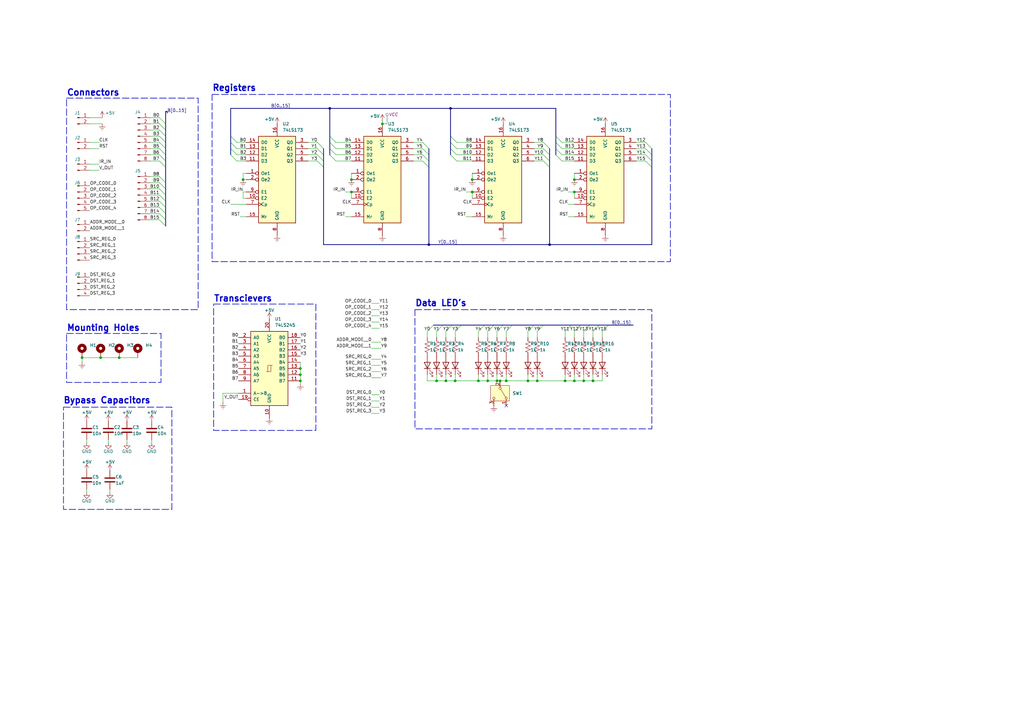
<source format=kicad_sch>
(kicad_sch (version 20231120) (generator "eeschema") (generator_version "8.0")
  (paper "A3")
  (title_block (title "SH8 - Instruction Register") (date "2024-09-25") (rev "1.0") (company "SHMERLARD"))
  (junction (at 235.585 78.74))
  (junction (at 135.255 44.45))
  (junction (at 235.585 73.66))
  (junction (at 200.025 156.21))
  (junction (at 144.145 78.74))
  (junction (at 225.425 100.33))
  (junction (at 186.69 156.21))
  (junction (at 48.895 146.685))
  (junction (at 123.19 151.13))
  (junction (at 99.695 73.66))
  (junction (at 203.835 156.21))
  (junction (at 41.275 146.685))
  (junction (at 193.675 73.66))
  (junction (at 220.345 156.21))
  (junction (at 243.205 156.21))
  (junction (at 156.845 50.8))
  (junction (at 182.88 156.21))
  (junction (at 239.395 156.21))
  (junction (at 144.145 73.66))
  (junction (at 123.19 156.21))
  (junction (at 231.775 156.21))
  (junction (at 196.215 156.21))
  (junction (at 184.785 44.45))
  (junction (at 123.19 153.67))
  (junction (at 216.535 156.21))
  (junction (at 33.655 146.685))
  (junction (at 205.105 156.21))
  (junction (at 175.895 100.33))
  (junction (at 207.645 156.21))
  (junction (at 235.585 156.21))
  (junction (at 193.675 78.74))
  (junction (at 179.07 156.21))
  (no_connect (at 207.645 166.37))
  (bus_entry (at 264.795 58.42) (size 2.54 2.54))
  (bus_entry (at 247.015 135.89) (size 2.54 -2.54))
  (bus_entry (at 187.325 60.96) (size -2.54 -2.54))
  (bus_entry (at 179.07 135.89) (size 2.54 -2.54))
  (bus_entry (at 186.69 135.89) (size 2.54 -2.54))
  (bus_entry (at 137.795 58.42) (size -2.54 -2.54))
  (bus_entry (at 222.885 58.42) (size 2.54 2.54))
  (bus_entry (at 173.355 66.04) (size 2.54 2.54))
  (bus_entry (at 137.795 63.5) (size -2.54 -2.54))
  (bus_entry (at 137.795 60.96) (size -2.54 -2.54))
  (bus_entry (at 65.405 63.5) (size 2.54 2.54))
  (bus_entry (at 130.175 63.5) (size 2.54 2.54))
  (bus_entry (at 65.405 53.34) (size 2.54 2.54))
  (bus_entry (at 97.155 58.42) (size -2.54 -2.54))
  (bus_entry (at 65.405 80.01) (size 2.54 2.54))
  (bus_entry (at 222.885 63.5) (size 2.54 2.54))
  (bus_entry (at 130.175 66.04) (size 2.54 2.54))
  (bus_entry (at 65.405 82.55) (size 2.54 2.54))
  (bus_entry (at 243.205 135.89) (size 2.54 -2.54))
  (bus_entry (at 264.795 66.04) (size 2.54 2.54))
  (bus_entry (at 173.355 58.42) (size 2.54 2.54))
  (bus_entry (at 187.325 63.5) (size -2.54 -2.54))
  (bus_entry (at 65.405 58.42) (size 2.54 2.54))
  (bus_entry (at 203.835 135.89) (size 2.54 -2.54))
  (bus_entry (at 65.405 48.26) (size 2.54 2.54))
  (bus_entry (at 65.405 90.17) (size 2.54 2.54))
  (bus_entry (at 97.155 66.04) (size -2.54 -2.54))
  (bus_entry (at 65.405 77.47) (size 2.54 2.54))
  (bus_entry (at 222.885 66.04) (size 2.54 2.54))
  (bus_entry (at 220.345 135.89) (size 2.54 -2.54))
  (bus_entry (at 264.795 63.5) (size 2.54 2.54))
  (bus_entry (at 65.405 60.96) (size 2.54 2.54))
  (bus_entry (at 97.155 60.96) (size -2.54 -2.54))
  (bus_entry (at 230.505 58.42) (size -2.54 -2.54))
  (bus_entry (at 196.215 135.89) (size 2.54 -2.54))
  (bus_entry (at 231.775 135.89) (size 2.54 -2.54))
  (bus_entry (at 97.155 63.5) (size -2.54 -2.54))
  (bus_entry (at 65.405 87.63) (size 2.54 2.54))
  (bus_entry (at 239.395 135.89) (size 2.54 -2.54))
  (bus_entry (at 187.325 66.04) (size -2.54 -2.54))
  (bus_entry (at 216.535 135.89) (size 2.54 -2.54))
  (bus_entry (at 200.025 135.89) (size 2.54 -2.54))
  (bus_entry (at 65.405 55.88) (size 2.54 2.54))
  (bus_entry (at 230.505 60.96) (size -2.54 -2.54))
  (bus_entry (at 182.88 135.89) (size 2.54 -2.54))
  (bus_entry (at 230.505 63.5) (size -2.54 -2.54))
  (bus_entry (at 222.885 60.96) (size 2.54 2.54))
  (bus_entry (at 130.175 60.96) (size 2.54 2.54))
  (bus_entry (at 173.355 63.5) (size 2.54 2.54))
  (bus_entry (at 235.585 135.89) (size 2.54 -2.54))
  (bus_entry (at 65.405 85.09) (size 2.54 2.54))
  (bus_entry (at 173.355 60.96) (size 2.54 2.54))
  (bus_entry (at 187.325 58.42) (size -2.54 -2.54))
  (bus_entry (at 137.795 66.04) (size -2.54 -2.54))
  (bus_entry (at 65.405 74.93) (size 2.54 2.54))
  (bus_entry (at 230.505 66.04) (size -2.54 -2.54))
  (bus_entry (at 65.405 72.39) (size 2.54 2.54))
  (bus_entry (at 207.645 135.89) (size 2.54 -2.54))
  (bus_entry (at 65.405 50.8) (size 2.54 2.54))
  (bus_entry (at 65.405 66.04) (size 2.54 2.54))
  (bus_entry (at 264.795 60.96) (size 2.54 2.54))
  (bus_entry (at 175.26 135.89) (size 2.54 -2.54))
  (bus_entry (at 130.175 58.42) (size 2.54 2.54))
  (bus (pts (xy 185.42 133.35) (xy 189.23 133.35)))
  (wire (pts (xy 156.845 49.53) (xy 156.845 50.8)))
  (bus (pts (xy 135.255 55.88) (xy 135.255 58.42)))
  (bus (pts (xy 175.895 100.33) (xy 225.425 100.33)))
  (wire (pts (xy 187.325 58.42) (xy 193.675 58.42)))
  (wire (pts (xy 230.505 63.5) (xy 235.585 63.5)))
  (bus (pts (xy 225.425 100.33) (xy 267.335 100.33)))
  (wire (pts (xy 239.395 135.89) (xy 239.395 138.43)))
  (bus (pts (xy 94.615 58.42) (xy 94.615 55.88)))
  (bus (pts (xy 94.615 63.5) (xy 94.615 60.96)))
  (wire (pts (xy 126.365 58.42) (xy 130.175 58.42)))
  (bus (pts (xy 67.945 74.93) (xy 67.945 68.58)))
  (wire (pts (xy 61.595 55.88) (xy 65.405 55.88)))
  (bus (pts (xy 67.945 85.09) (xy 67.945 87.63)))
  (bus (pts (xy 132.715 66.04) (xy 132.715 68.58)))
  (bus (pts (xy 68.58 45.72) (xy 68.58 46.355)))
  (wire (pts (xy 169.545 63.5) (xy 173.355 63.5)))
  (wire (pts (xy 193.675 73.66) (xy 193.675 71.12)))
  (bus (pts (xy 184.785 60.96) (xy 184.785 63.5)))
  (wire (pts (xy 233.045 88.9) (xy 235.585 88.9)))
  (wire (pts (xy 207.645 135.89) (xy 207.645 138.43)))
  (bus (pts (xy 94.615 44.45) (xy 135.255 44.45)))
  (wire (pts (xy 235.585 135.89) (xy 235.585 138.43)))
  (wire (pts (xy 144.145 73.66) (xy 144.145 71.12)))
  (bus (pts (xy 68.58 45.72) (xy 67.945 45.72)))
  (wire (pts (xy 230.505 60.96) (xy 235.585 60.96)))
  (wire (pts (xy 260.985 58.42) (xy 264.795 58.42)))
  (bus (pts (xy 227.965 60.96) (xy 227.965 63.5)))
  (wire (pts (xy 200.025 135.89) (xy 200.025 138.43)))
  (wire (pts (xy 45.085 200.66) (xy 45.085 201.93)))
  (wire (pts (xy 141.605 88.9) (xy 144.145 88.9)))
  (wire (pts (xy 91.44 161.29) (xy 97.79 161.29)))
  (wire (pts (xy 231.775 135.89) (xy 231.775 138.43)))
  (wire (pts (xy 191.135 88.9) (xy 193.675 88.9)))
  (wire (pts (xy 243.205 156.21) (xy 243.205 153.67)))
  (bus (pts (xy 249.555 133.35) (xy 259.715 133.35)))
  (wire (pts (xy 203.835 135.89) (xy 203.835 138.43)))
  (wire (pts (xy 48.895 146.685) (xy 56.515 146.685)))
  (wire (pts (xy 123.19 151.13) (xy 123.19 153.67)))
  (wire (pts (xy 91.44 165.1) (xy 91.44 161.29)))
  (bus (pts (xy 225.425 60.96) (xy 225.425 63.5)))
  (bus (pts (xy 227.965 58.42) (xy 227.965 60.96)))
  (bus (pts (xy 222.885 133.35) (xy 234.315 133.35)))
  (wire (pts (xy 235.585 83.82) (xy 233.045 83.82)))
  (bus (pts (xy 189.23 133.35) (xy 198.755 133.35)))
  (wire (pts (xy 123.19 153.67) (xy 123.19 156.21)))
  (wire (pts (xy 155.575 129.54) (xy 152.4 129.54)))
  (wire (pts (xy 260.985 66.04) (xy 264.795 66.04)))
  (bus (pts (xy 67.945 68.58) (xy 67.945 66.04)))
  (wire (pts (xy 158.75 49.53) (xy 158.75 50.8)))
  (wire (pts (xy 216.535 156.21) (xy 216.535 153.67)))
  (wire (pts (xy 187.325 66.04) (xy 193.675 66.04)))
  (wire (pts (xy 155.575 164.465) (xy 152.4 164.465)))
  (wire (pts (xy 65.405 77.47) (xy 61.595 77.47)))
  (wire (pts (xy 36.83 58.42) (xy 40.64 58.42)))
  (wire (pts (xy 193.675 81.28) (xy 193.675 78.74)))
  (wire (pts (xy 99.695 71.12) (xy 99.695 73.66)))
  (wire (pts (xy 220.345 156.21) (xy 220.345 153.67)))
  (wire (pts (xy 65.405 82.55) (xy 61.595 82.55)))
  (wire (pts (xy 186.69 156.21) (xy 196.215 156.21)))
  (wire (pts (xy 152.4 147.32) (xy 156.21 147.32)))
  (wire (pts (xy 196.215 135.89) (xy 196.215 138.43)))
  (wire (pts (xy 62.23 180.34) (xy 62.23 181.61)))
  (wire (pts (xy 137.795 60.96) (xy 144.145 60.96)))
  (wire (pts (xy 196.215 156.21) (xy 200.025 156.21)))
  (bus (pts (xy 67.945 58.42) (xy 67.945 60.96)))
  (wire (pts (xy 155.575 124.46) (xy 152.4 124.46)))
  (wire (pts (xy 152.4 152.4) (xy 156.21 152.4)))
  (bus (pts (xy 132.715 60.96) (xy 132.715 63.5)))
  (wire (pts (xy 243.205 156.21) (xy 247.015 156.21)))
  (bus (pts (xy 67.945 60.96) (xy 67.945 63.5)))
  (bus (pts (xy 238.125 133.35) (xy 241.935 133.35)))
  (wire (pts (xy 61.595 60.96) (xy 65.405 60.96)))
  (wire (pts (xy 144.145 78.74) (xy 141.605 78.74)))
  (wire (pts (xy 152.4 149.86) (xy 156.21 149.86)))
  (wire (pts (xy 65.405 90.17) (xy 61.595 90.17)))
  (bus (pts (xy 227.965 55.88) (xy 227.965 58.42)))
  (wire (pts (xy 65.405 80.01) (xy 61.595 80.01)))
  (wire (pts (xy 40.64 69.85) (xy 36.83 69.85)))
  (wire (pts (xy 230.505 58.42) (xy 235.585 58.42)))
  (wire (pts (xy 41.275 146.685) (xy 48.895 146.685)))
  (bus (pts (xy 67.945 58.42) (xy 67.945 55.88)))
  (wire (pts (xy 97.155 66.04) (xy 100.965 66.04)))
  (wire (pts (xy 231.775 156.21) (xy 235.585 156.21)))
  (wire (pts (xy 187.325 63.5) (xy 193.675 63.5)))
  (bus (pts (xy 67.945 45.72) (xy 67.945 50.8)))
  (wire (pts (xy 65.405 72.39) (xy 61.595 72.39)))
  (wire (pts (xy 179.07 156.21) (xy 179.07 153.67)))
  (bus (pts (xy 227.965 44.45) (xy 227.965 55.88)))
  (bus (pts (xy 67.945 92.71) (xy 67.945 90.17)))
  (wire (pts (xy 33.655 146.685) (xy 33.655 148.59)))
  (bus (pts (xy 225.425 68.58) (xy 225.425 100.33)))
  (wire (pts (xy 40.64 67.31) (xy 36.83 67.31)))
  (wire (pts (xy 179.07 156.21) (xy 182.88 156.21)))
  (bus (pts (xy 175.895 66.04) (xy 175.895 68.58)))
  (wire (pts (xy 231.775 156.21) (xy 231.775 153.67)))
  (bus (pts (xy 175.895 68.58) (xy 175.895 100.33)))
  (wire (pts (xy 35.56 180.34) (xy 35.56 181.61)))
  (wire (pts (xy 123.19 156.21) (xy 123.19 157.48)))
  (bus (pts (xy 177.8 133.35) (xy 181.61 133.35)))
  (wire (pts (xy 187.325 60.96) (xy 193.675 60.96)))
  (bus (pts (xy 184.785 44.45) (xy 227.965 44.45)))
  (bus (pts (xy 267.335 63.5) (xy 267.335 66.04)))
  (bus (pts (xy 135.255 44.45) (xy 135.255 55.88)))
  (wire (pts (xy 152.4 140.335) (xy 156.21 140.335)))
  (bus (pts (xy 132.715 68.58) (xy 132.715 100.33)))
  (wire (pts (xy 179.07 135.89) (xy 179.07 138.43)))
  (wire (pts (xy 155.575 169.545) (xy 152.4 169.545)))
  (wire (pts (xy 40.64 60.96) (xy 36.83 60.96)))
  (wire (pts (xy 155.575 134.62) (xy 152.4 134.62)))
  (wire (pts (xy 169.545 58.42) (xy 173.355 58.42)))
  (bus (pts (xy 267.335 60.96) (xy 267.335 63.5)))
  (wire (pts (xy 100.965 71.12) (xy 99.695 71.12)))
  (wire (pts (xy 169.545 60.96) (xy 173.355 60.96)))
  (bus (pts (xy 67.945 82.55) (xy 67.945 85.09)))
  (wire (pts (xy 41.91 50.8) (xy 36.83 50.8)))
  (bus (pts (xy 267.335 66.04) (xy 267.335 68.58)))
  (wire (pts (xy 207.645 156.21) (xy 207.645 153.67)))
  (bus (pts (xy 132.715 100.33) (xy 175.895 100.33)))
  (bus (pts (xy 135.255 58.42) (xy 135.255 60.96)))
  (wire (pts (xy 61.595 53.34) (xy 65.405 53.34)))
  (wire (pts (xy 137.795 66.04) (xy 144.145 66.04)))
  (bus (pts (xy 234.315 133.35) (xy 238.125 133.35)))
  (bus (pts (xy 245.745 133.35) (xy 249.555 133.35)))
  (bus (pts (xy 219.075 133.35) (xy 222.885 133.35)))
  (bus (pts (xy 202.565 133.35) (xy 206.375 133.35)))
  (bus (pts (xy 175.895 63.5) (xy 175.895 66.04)))
  (bus (pts (xy 67.945 80.01) (xy 67.945 82.55)))
  (wire (pts (xy 207.645 156.21) (xy 216.535 156.21)))
  (bus (pts (xy 210.185 133.35) (xy 219.075 133.35)))
  (wire (pts (xy 186.69 135.89) (xy 186.69 138.43)))
  (wire (pts (xy 230.505 66.04) (xy 235.585 66.04)))
  (wire (pts (xy 235.585 156.21) (xy 235.585 153.67)))
  (wire (pts (xy 61.595 66.04) (xy 65.405 66.04)))
  (bus (pts (xy 267.335 68.58) (xy 267.335 100.33)))
  (bus (pts (xy 184.785 55.88) (xy 184.785 58.42)))
  (wire (pts (xy 97.155 60.96) (xy 100.965 60.96)))
  (bus (pts (xy 184.785 58.42) (xy 184.785 60.96)))
  (wire (pts (xy 175.26 156.21) (xy 175.26 153.67)))
  (wire (pts (xy 155.575 161.925) (xy 152.4 161.925)))
  (wire (pts (xy 186.69 156.21) (xy 186.69 153.67)))
  (wire (pts (xy 123.19 148.59) (xy 123.19 151.13)))
  (bus (pts (xy 135.255 60.96) (xy 135.255 63.5)))
  (wire (pts (xy 99.695 78.74) (xy 99.695 81.28)))
  (bus (pts (xy 67.945 55.88) (xy 67.945 53.34)))
  (wire (pts (xy 137.795 63.5) (xy 144.145 63.5)))
  (bus (pts (xy 184.785 55.88) (xy 184.785 44.45)))
  (wire (pts (xy 98.425 88.9) (xy 100.965 88.9)))
  (wire (pts (xy 156.21 142.875) (xy 152.4 142.875)))
  (bus (pts (xy 175.895 60.96) (xy 175.895 63.5)))
  (wire (pts (xy 156.845 50.8) (xy 158.75 50.8)))
  (wire (pts (xy 203.835 156.21) (xy 205.105 156.21)))
  (bus (pts (xy 225.425 63.5) (xy 225.425 66.04)))
  (bus (pts (xy 198.755 133.35) (xy 202.565 133.35)))
  (wire (pts (xy 41.91 48.26) (xy 36.83 48.26)))
  (wire (pts (xy 44.45 180.34) (xy 44.45 181.61)))
  (wire (pts (xy 182.88 156.21) (xy 182.88 153.67)))
  (wire (pts (xy 182.88 135.89) (xy 182.88 138.43)))
  (wire (pts (xy 235.585 156.21) (xy 239.395 156.21)))
  (wire (pts (xy 126.365 63.5) (xy 130.175 63.5)))
  (wire (pts (xy 137.795 58.42) (xy 144.145 58.42)))
  (wire (pts (xy 219.075 66.04) (xy 222.885 66.04)))
  (bus (pts (xy 206.375 133.35) (xy 210.185 133.35)))
  (wire (pts (xy 99.695 81.28) (xy 100.965 81.28)))
  (wire (pts (xy 61.595 63.5) (xy 65.405 63.5)))
  (bus (pts (xy 132.715 63.5) (xy 132.715 66.04)))
  (bus (pts (xy 67.945 87.63) (xy 67.945 90.17)))
  (bus (pts (xy 135.255 44.45) (xy 184.785 44.45)))
  (wire (pts (xy 200.025 156.21) (xy 203.835 156.21)))
  (wire (pts (xy 97.155 58.42) (xy 100.965 58.42)))
  (bus (pts (xy 94.615 60.96) (xy 94.615 58.42)))
  (wire (pts (xy 35.56 200.66) (xy 35.56 201.93)))
  (wire (pts (xy 61.595 50.8) (xy 65.405 50.8)))
  (wire (pts (xy 220.345 135.89) (xy 220.345 138.43)))
  (wire (pts (xy 126.365 60.96) (xy 130.175 60.96)))
  (wire (pts (xy 65.405 87.63) (xy 61.595 87.63)))
  (wire (pts (xy 247.015 135.89) (xy 247.015 138.43)))
  (wire (pts (xy 216.535 135.89) (xy 216.535 138.43)))
  (wire (pts (xy 216.535 156.21) (xy 220.345 156.21)))
  (bus (pts (xy 67.945 53.34) (xy 67.945 50.8)))
  (bus (pts (xy 67.945 66.04) (xy 67.945 63.5)))
  (wire (pts (xy 219.075 63.5) (xy 222.885 63.5)))
  (wire (pts (xy 144.145 81.28) (xy 144.145 78.74)))
  (wire (pts (xy 94.615 83.82) (xy 100.965 83.82)))
  (wire (pts (xy 61.595 58.42) (xy 65.405 58.42)))
  (wire (pts (xy 235.585 78.74) (xy 233.045 78.74)))
  (wire (pts (xy 65.405 74.93) (xy 61.595 74.93)))
  (bus (pts (xy 241.935 133.35) (xy 245.745 133.35)))
  (wire (pts (xy 219.075 60.96) (xy 222.885 60.96)))
  (wire (pts (xy 169.545 66.04) (xy 173.355 66.04)))
  (wire (pts (xy 155.575 167.005) (xy 152.4 167.005)))
  (wire (pts (xy 196.215 156.21) (xy 196.215 153.67)))
  (wire (pts (xy 126.365 66.04) (xy 130.175 66.04)))
  (bus (pts (xy 67.945 80.01) (xy 67.945 77.47)))
  (wire (pts (xy 193.675 78.74) (xy 191.135 78.74)))
  (wire (pts (xy 99.695 73.66) (xy 100.965 73.66)))
  (wire (pts (xy 52.07 180.34) (xy 52.07 181.61)))
  (wire (pts (xy 203.835 156.21) (xy 203.835 153.67)))
  (wire (pts (xy 155.575 127) (xy 152.4 127)))
  (wire (pts (xy 99.695 78.74) (xy 100.965 78.74)))
  (wire (pts (xy 65.405 85.09) (xy 61.595 85.09)))
  (wire (pts (xy 235.585 81.28) (xy 235.585 78.74)))
  (wire (pts (xy 155.575 132.08) (xy 152.4 132.08)))
  (wire (pts (xy 260.985 63.5) (xy 264.795 63.5)))
  (wire (pts (xy 175.26 156.21) (xy 179.07 156.21)))
  (wire (pts (xy 239.395 156.21) (xy 239.395 153.67)))
  (wire (pts (xy 235.585 73.66) (xy 235.585 71.12)))
  (wire (pts (xy 260.985 60.96) (xy 264.795 60.96)))
  (wire (pts (xy 182.88 156.21) (xy 186.69 156.21)))
  (wire (pts (xy 247.015 156.21) (xy 247.015 153.67)))
  (bus (pts (xy 94.615 44.45) (xy 94.615 55.88)))
  (wire (pts (xy 205.105 156.21) (xy 207.645 156.21)))
  (bus (pts (xy 181.61 133.35) (xy 185.42 133.35)))
  (wire (pts (xy 219.075 58.42) (xy 222.885 58.42)))
  (bus (pts (xy 225.425 66.04) (xy 225.425 68.58)))
  (wire (pts (xy 220.345 156.21) (xy 231.775 156.21)))
  (wire (pts (xy 61.595 48.26) (xy 65.405 48.26)))
  (wire (pts (xy 152.4 154.94) (xy 156.21 154.94)))
  (wire (pts (xy 243.205 135.89) (xy 243.205 138.43)))
  (wire (pts (xy 239.395 156.21) (xy 243.205 156.21)))
  (wire (pts (xy 175.26 135.89) (xy 175.26 138.43)))
  (wire (pts (xy 200.025 156.21) (xy 200.025 153.67)))
  (wire (pts (xy 33.655 146.685) (xy 41.275 146.685)))
  (bus (pts (xy 67.945 74.93) (xy 67.945 77.47)))
  (wire (pts (xy 97.155 63.5) (xy 100.965 63.5)))
  (rectangle (start 27.305 40.259) (end 81.28 127) (stroke (width 0.254) (type dash)))
  (rectangle (start 87.63 124.714) (end 129.54 176.53) (stroke (width 0.254) (type dash)))
  (rectangle (start 86.995 38.735) (end 274.955 107.315) (stroke (width 0.254) (type dash)))
  (rectangle (start 26.035 167.005) (end 70.485 208.915) (stroke (width 0.254) (type dash)))
  (rectangle (start 170.18 127) (end 267.335 175.895) (stroke (width 0.254) (type dash)))
  (rectangle (start 27.305 136.779) (end 66.04 156.845) (stroke (width 0.254) (type dash)))
  (text "Connectors" (at 27.305 38.1 0) (effects (font (size 2.54 2.54) (thickness 0.508) (bold yes)) (justify left)))
  (text "Mounting Holes" (at 27.305 134.62 0) (effects (font (size 2.54 2.54) (thickness 0.508) (bold yes)) (justify left)))
  (text "Data LED's\n" (at 170.18 124.46 0) (effects (font (size 2.54 2.54) (thickness 0.508) (bold yes)) (justify left)))
  (text "Bypass Capacitors\n" (at 25.908 164.338 0) (effects (font (size 2.54 2.54) (thickness 0.508) (bold yes)) (justify left)))
  (text "Transcievers" (at 87.63 122.555 0) (effects (font (size 2.54 2.54) (thickness 0.508) (bold yes)) (justify left)))
  (text "Registers" (at 86.995 36.195 0) (effects (font (size 2.54 2.54) (thickness 0.508) (bold yes)) (justify left)))
  (label "Y3" (at 186.69 135.89 0))
  (label "SRC_REG_0" (at 152.4 147.32 180))
  (label "Y1" (at 123.19 140.97 0))
  (label "B15" (at 65.405 90.17 180))
  (label "B4" (at 144.145 58.42 180))
  (label "OP_CODE_3" (at 152.4 132.08 180))
  (label "DST_REG_0" (at 152.4 161.925 180))
  (label "Y5" (at 200.025 135.89 0))
  (label "RST" (at 141.605 88.9 180))
  (label "SRC_REG_2" (at 36.83 104.14 0))
  (label "B6" (at 144.145 63.5 180))
  (label "Y8" (at 222.885 58.42 180))
  (label "Y1" (at 179.07 135.89 0))
  (label "OP_CODE_4" (at 152.4 134.62 180))
  (label "Y8" (at 156.21 140.335 0))
  (label "Y14" (at 243.205 135.89 0))
  (label "ADDR_MODE__0" (at 152.4 140.335 180))
  (label "IR_IN" (at 99.695 78.74 180))
  (label "B12" (at 65.405 82.55 180))
  (label "B11" (at 193.675 66.04 180))
  (label "Y15" (at 155.575 134.62 0))
  (label "Y0" (at 123.19 138.43 0))
  (label "B15" (at 235.585 66.04 180))
  (label "B3" (at 65.405 55.88 180))
  (label "Y13" (at 264.795 60.96 180))
  (label "SRC_REG_2" (at 152.4 152.4 180))
  (label "B1" (at 98.425 60.96 0))
  (label "IR_IN" (at 233.045 78.74 180))
  (label "Y5" (at 156.21 149.86 0))
  (label "B7" (at 65.405 66.04 180))
  (label "B13" (at 65.405 85.09 180))
  (label "DST_REG_3" (at 36.83 121.285 0))
  (label "RST" (at 191.135 88.9 180))
  (label "CLK" (at 233.045 83.82 180))
  (label "SRC_REG_1" (at 152.4 149.86 180))
  (label "SRC_REG_3" (at 36.83 106.68 0))
  (label "Y1" (at 155.575 164.465 0))
  (label "B0" (at 100.965 58.42 180))
  (label "SRC_REG_0" (at 36.83 99.06 0))
  (label "B13" (at 235.585 60.96 180))
  (label "Y6" (at 173.355 63.5 180))
  (label "Y3" (at 123.19 146.05 0))
  (label "Y2" (at 182.88 135.89 0))
  (label "B11" (at 65.405 80.01 180))
  (label "B6" (at 97.79 153.67 180))
  (label "IR_IN" (at 40.64 67.31 0))
  (label "OP_CODE_4" (at 36.83 86.36 0))
  (label "B[0..15]" (at 111.125 44.45 0))
  (label "B5" (at 144.145 60.96 180))
  (label "Y2" (at 155.575 167.005 0))
  (label "OP_CODE_3" (at 36.83 83.82 0))
  (label "Y7" (at 156.21 154.94 0))
  (label "B14" (at 235.585 63.5 180))
  (label "RST" (at 40.64 60.96 0))
  (label "Y3" (at 130.175 66.04 180))
  (label "B8" (at 193.675 58.42 180))
  (label "B4" (at 97.79 148.59 180))
  (label "Y0" (at 175.26 135.89 0))
  (label "ADDR_MODE__0" (at 36.83 92.075 0))
  (label "B5" (at 97.79 151.13 180))
  (label "B0" (at 65.405 48.26 180))
  (label "B7" (at 97.79 156.21 180))
  (label "Y6" (at 203.835 135.89 0))
  (label "Y15" (at 247.015 135.89 0))
  (label "Y9" (at 222.885 60.96 180))
  (label "DST_REG_0" (at 36.83 113.665 0))
  (label "B5" (at 65.405 60.96 180))
  (label "B10" (at 193.675 63.5 180))
  (label "OP_CODE_0" (at 36.83 76.2 0))
  (label "Y14" (at 155.575 132.08 0))
  (label "B3" (at 98.425 66.04 0))
  (label "SRC_REG_1" (at 36.83 101.6 0))
  (label "B7" (at 144.145 66.04 180))
  (label "Y15" (at 264.795 66.04 180))
  (label "DST_REG_1" (at 152.4 164.465 180))
  (label "Y11" (at 231.775 135.89 0))
  (label "V_OUT" (at 97.79 163.83 180))
  (label "CLK" (at 144.145 83.82 180))
  (label "DST_REG_1" (at 36.83 116.205 0))
  (label "OP_CODE_0" (at 152.4 124.46 180))
  (label "B10" (at 65.405 77.47 180))
  (label "OP_CODE_1" (at 36.83 78.74 0))
  (label "OP_CODE_2" (at 36.83 81.28 0))
  (label "Y4" (at 156.21 147.32 0))
  (label "B2" (at 98.425 63.5 0))
  (label "Y14" (at 264.795 63.5 180))
  (label "V_OUT" (at 40.64 69.85 0))
  (label "B12" (at 235.585 58.42 180))
  (label "B4" (at 65.405 58.42 180))
  (label "OP_CODE_2" (at 152.4 129.54 180))
  (label "DST_REG_2" (at 152.4 167.005 180))
  (label "Y0" (at 155.575 161.925 0))
  (label "RST" (at 233.045 88.9 180))
  (label "B2" (at 97.79 143.51 180))
  (label "B9" (at 65.405 74.93 180))
  (label "Y12" (at 235.585 135.89 0))
  (label "Y13" (at 155.575 129.54 0))
  (label "DST_REG_2" (at 36.83 118.745 0))
  (label "Y7" (at 173.355 66.04 180))
  (label "Y2" (at 130.175 63.5 180))
  (label "CLK" (at 94.615 83.82 180))
  (label "Y6" (at 156.21 152.4 0))
  (label "Y2" (at 123.19 143.51 0))
  (label "Y4" (at 173.355 58.42 180))
  (label "IR_IN" (at 191.135 78.74 180))
  (label "Y7" (at 207.645 135.89 0))
  (label "CLK" (at 193.675 83.82 180))
  (label "B6" (at 65.405 63.5 180))
  (label "Y12" (at 155.575 127 0))
  (label "Y11" (at 222.885 66.04 180))
  (label "Y[0..15]" (at 179.705 100.33 0))
  (label "Y8" (at 216.535 135.89 0))
  (label "CLK" (at 40.64 58.42 0))
  (label "Y5" (at 173.355 60.96 180))
  (label "Y10" (at 222.885 63.5 180))
  (label "Y4" (at 196.215 135.89 0))
  (label "B0" (at 97.79 138.43 180))
  (label "B[0..15]" (at 68.58 46.355 0))
  (label "B[0..15]" (at 250.825 133.35 0))
  (label "Y1" (at 130.175 60.96 180))
  (label "B2" (at 65.405 53.34 180))
  (label "OP_CODE_1" (at 152.4 127 180))
  (label "ADDR_MODE__1" (at 36.83 94.615 0))
  (label "Y9" (at 220.345 135.89 0))
  (label "B14" (at 65.405 87.63 180))
  (label "DST_REG_3" (at 152.4 169.545 180))
  (label "ADDR_MODE__1" (at 152.4 142.875 180))
  (label "B8" (at 65.405 72.39 180))
  (label "Y3" (at 155.575 169.545 0))
  (label "B3" (at 97.79 146.05 180))
  (label "B1" (at 97.79 140.97 180))
  (label "Y11" (at 155.575 124.46 0))
  (label "Y9" (at 156.21 142.875 0))
  (label "B9" (at 193.675 60.96 180))
  (label "IR_IN" (at 141.605 78.74 180))
  (label "Y0" (at 130.175 58.42 180))
  (label "B1" (at 65.405 50.8 180))
  (label "SRC_REG_3" (at 152.4 154.94 180))
  (label "Y13" (at 239.395 135.89 0))
  (label "RST" (at 98.425 88.9 180))
  (label "Y12" (at 264.795 58.42 180))
  (netclass_flag "" (length 2.54) (shape round) (at 158.75 49.53 0) (property "Netclass" "VCC" (at 159.4485 46.99 0) (effects (font (italic yes)) (justify left))))
  (symbol (lib_id "74xx:74LS173") (at 248.285 73.66 0) (unit 1)
    (property "Reference" "U5" (at 250.4791 50.8 0) (effects (justify left)))
    (property "Value" "74LS173" (at 250.4791 53.34 0) (effects (justify left)))
    (property "Footprint" "Package_DIP:DIP-16_W7.62mm_Socket_LongPads" (effects (hide yes)))
    (property "Datasheet" "http://www.ti.com/lit/gpn/sn74LS173" (effects (hide yes)))
    (property "Description" "4-bit D-type Register, 3 state out" (effects (hide yes)))
  )
  (symbol (lib_id "power:Earth") (at 41.91 50.8 0) (unit 1)
    (property "Reference" "#PWR03" (effects (hide yes)))
    (property "Value" "GND" (effects (hide yes)))
    (property "Description" "Power symbol creates a global label with name \"Earth\"" (effects (hide yes)))
  )
  (symbol (lib_id "Device:C") (at 45.085 196.85 0) (unit 1)
    (property "Reference" "C6" (at 47.371 195.58 0) (effects (justify left)))
    (property "Value" "1uF" (at 47.371 198.12 0) (effects (justify left)))
    (property "Footprint" "Capacitor_THT:C_Radial_D6.3mm_H11.0mm_P2.50mm" (effects (hide yes)))
    (property "Description" "Unpolarized capacitor" (effects (hide yes)))
  )
  (symbol (lib_id "power:Earth") (at 113.665 96.52 0) (unit 1)
    (property "Reference" "#PWR012" (effects (hide yes)))
    (property "Value" "GND" (effects (hide yes)))
    (property "Description" "Power symbol creates a global label with name \"Earth\"" (effects (hide yes)))
  )
  (symbol (lib_id "Device:R_US") (at 207.645 142.24 0) (unit 1)
    (property "Reference" "R8" (at 208.661 140.97 0) (effects (justify left)))
    (property "Value" "1k" (at 208.661 143.51 0) (effects (justify left)))
    (property "Footprint" "Resistor_THT:R_Axial_DIN0204_L3.6mm_D1.6mm_P7.62mm_Horizontal" (effects (hide yes)))
    (property "Description" "Resistor, US symbol" (effects (hide yes)))
  )
  (symbol (lib_id "Device:LED") (at 243.205 149.86 90) (unit 1)
    (property "Reference" "D15" (effects (hide yes)))
    (property "Value" "LED" (effects (hide yes)))
    (property "Footprint" "LED_THT:LED_Rectangular_W3.0mm_H2.0mm" (effects (hide yes)))
    (property "Description" "Light emitting diode" (effects (hide yes)))
  )
  (symbol (lib_id "power:+5V") (at 156.845 49.53 0) (unit 1)
    (property "Reference" "#PWR05" (effects (hide yes)))
    (property "Value" "+5V" (at 153.67 47.625 0))
    (property "Description" "Power symbol creates a global label with name \"+5V\"" (effects (hide yes)))
  )
  (symbol (lib_id "power:Earth") (at 144.145 73.66 0) (unit 1)
    (property "Reference" "#PWR09" (effects (hide yes)))
    (property "Value" "GND" (effects (hide yes)))
    (property "Description" "Power symbol creates a global label with name \"Earth\"" (effects (hide yes)))
  )
  (symbol (lib_id "Device:R_US") (at 231.775 142.24 0) (unit 1)
    (property "Reference" "R12" (at 232.791 140.97 0) (effects (justify left)))
    (property "Value" "1k" (at 232.791 143.51 0) (effects (justify left)))
    (property "Footprint" "Resistor_THT:R_Axial_DIN0204_L3.6mm_D1.6mm_P7.62mm_Horizontal" (effects (hide yes)))
    (property "Description" "Resistor, US symbol" (effects (hide yes)))
  )
  (symbol (lib_id "power:+5V") (at 248.285 50.8 0) (unit 1)
    (property "Reference" "#PWR07" (effects (hide yes)))
    (property "Value" "+5V" (at 245.11 48.895 0))
    (property "Description" "Power symbol creates a global label with name \"+5V\"" (effects (hide yes)))
  )
  (symbol (lib_id "power:+5V") (at 35.56 193.04 0) (unit 1)
    (property "Reference" "#PWR029" (effects (hide yes)))
    (property "Value" "+5V" (at 35.56 189.484 0))
    (property "Description" "Power symbol creates a global label with name \"+5V\"" (effects (hide yes)))
  )
  (symbol (lib_id "power:+5V") (at 45.085 193.04 0) (unit 1)
    (property "Reference" "#PWR031" (effects (hide yes)))
    (property "Value" "+5V" (at 45.085 189.484 0))
    (property "Description" "Power symbol creates a global label with name \"+5V\"" (effects (hide yes)))
  )
  (symbol (lib_id "Device:LED") (at 235.585 149.86 90) (unit 1)
    (property "Reference" "D13" (effects (hide yes)))
    (property "Value" "LED" (effects (hide yes)))
    (property "Footprint" "LED_THT:LED_Rectangular_W3.0mm_H2.0mm" (effects (hide yes)))
    (property "Description" "Light emitting diode" (effects (hide yes)))
  )
  (symbol (lib_id "power:GND") (at 35.56 201.93 0) (unit 1)
    (property "Reference" "#PWR032" (effects (hide yes)))
    (property "Value" "GND" (at 35.56 205.486 0))
    (property "Description" "Power symbol creates a global label with name \"GND\" , ground" (effects (hide yes)))
  )
  (symbol (lib_id "Device:LED") (at 203.835 149.86 90) (unit 1)
    (property "Reference" "D7" (effects (hide yes)))
    (property "Value" "LED" (effects (hide yes)))
    (property "Footprint" "LED_THT:LED_Rectangular_W3.0mm_H2.0mm" (effects (hide yes)))
    (property "Description" "Light emitting diode" (effects (hide yes)))
  )
  (symbol (lib_id "Connector:Conn_01x02_Pin") (at 31.75 48.26 0) (unit 1)
    (property "Reference" "J1" (at 31.75 46.355 0))
    (property "Value" "Conn_01x02_Pin" (effects (hide yes)))
    (property "Footprint" "Connector_JST:JST_XH_S2B-XH-A-1_1x02_P2.50mm_Horizontal" (effects (hide yes)))
    (property "Description" "Generic connector, single row, 01x02, script generated" (effects (hide yes)))
  )
  (symbol (lib_id "power:Earth") (at 33.655 148.59 0) (unit 1)
    (property "Reference" "#PWR01" (effects (hide yes)))
    (property "Value" "GND" (effects (hide yes)))
    (property "Description" "Power symbol creates a global label with name \"Earth\"" (effects (hide yes)))
  )
  (symbol (lib_id "Device:LED") (at 207.645 149.86 90) (unit 1)
    (property "Reference" "D8" (effects (hide yes)))
    (property "Value" "LED" (effects (hide yes)))
    (property "Footprint" "LED_THT:LED_Rectangular_W3.0mm_H2.0mm" (effects (hide yes)))
    (property "Description" "Light emitting diode" (effects (hide yes)))
  )
  (symbol (lib_id "power:+5V") (at 35.56 172.72 0) (unit 1)
    (property "Reference" "#PWR021" (effects (hide yes)))
    (property "Value" "+5V" (at 35.56 169.164 0))
    (property "Description" "Power symbol creates a global label with name \"+5V\"" (effects (hide yes)))
  )
  (symbol (lib_id "Mechanical:MountingHole_Pad") (at 41.275 144.145 0) (unit 1) (exclude_from_sim yes) (in_bom no)
    (property "Reference" "H2" (at 44.45 141.6049 0) (effects (justify left)))
    (property "Value" "MountingHole_Pad" (effects (hide yes)))
    (property "Footprint" "MountingHole:MountingHole_2.2mm_M2_DIN965_Pad" (effects (hide yes)))
    (property "Description" "Mounting Hole with connection" (effects (hide yes)))
  )
  (symbol (lib_id "Device:LED") (at 239.395 149.86 90) (unit 1)
    (property "Reference" "D14" (effects (hide yes)))
    (property "Value" "LED" (effects (hide yes)))
    (property "Footprint" "LED_THT:LED_Rectangular_W3.0mm_H2.0mm" (effects (hide yes)))
    (property "Description" "Light emitting diode" (effects (hide yes)))
  )
  (symbol (lib_id "Device:LED") (at 186.69 149.86 90) (unit 1)
    (property "Reference" "D4" (effects (hide yes)))
    (property "Value" "LED" (effects (hide yes)))
    (property "Footprint" "LED_THT:LED_Rectangular_W3.0mm_H2.0mm" (effects (hide yes)))
    (property "Description" "Light emitting diode" (effects (hide yes)))
  )
  (symbol (lib_id "Device:R_US") (at 243.205 142.24 0) (unit 1)
    (property "Reference" "R15" (at 244.221 140.97 0) (effects (justify left)))
    (property "Value" "1k" (at 244.221 143.51 0) (effects (justify left)))
    (property "Footprint" "Resistor_THT:R_Axial_DIN0204_L3.6mm_D1.6mm_P7.62mm_Horizontal" (effects (hide yes)))
    (property "Description" "Resistor, US symbol" (effects (hide yes)))
  )
  (symbol (lib_id "power:GND") (at 44.45 181.61 0) (unit 1)
    (property "Reference" "#PWR026" (effects (hide yes)))
    (property "Value" "GND" (at 44.45 185.166 0))
    (property "Description" "Power symbol creates a global label with name \"GND\" , ground" (effects (hide yes)))
  )
  (symbol (lib_id "74xx:74LS245") (at 110.49 151.13 0) (unit 1)
    (property "Reference" "U1" (at 112.6841 130.81 0) (effects (justify left)))
    (property "Value" "74LS245" (at 112.6841 133.35 0) (effects (justify left)))
    (property "Footprint" "Package_DIP:DIP-20_W7.62mm_Socket_LongPads" (effects (hide yes)))
    (property "Datasheet" "http://www.ti.com/lit/gpn/sn74LS245" (effects (hide yes)))
    (property "Description" "Octal BUS Transceivers, 3-State outputs" (effects (hide yes)))
  )
  (symbol (lib_id "Device:LED") (at 216.535 149.86 90) (unit 1)
    (property "Reference" "D9" (effects (hide yes)))
    (property "Value" "LED" (effects (hide yes)))
    (property "Footprint" "LED_THT:LED_Rectangular_W3.0mm_H2.0mm" (effects (hide yes)))
    (property "Description" "Light emitting diode" (effects (hide yes)))
  )
  (symbol (lib_id "power:Earth") (at 206.375 96.52 0) (unit 1)
    (property "Reference" "#PWR014" (effects (hide yes)))
    (property "Value" "GND" (effects (hide yes)))
    (property "Description" "Power symbol creates a global label with name \"Earth\"" (effects (hide yes)))
  )
  (symbol (lib_id "Device:LED") (at 247.015 149.86 90) (unit 1)
    (property "Reference" "D16" (effects (hide yes)))
    (property "Value" "LED" (effects (hide yes)))
    (property "Footprint" "LED_THT:LED_Rectangular_W3.0mm_H2.0mm" (effects (hide yes)))
    (property "Description" "Light emitting diode" (effects (hide yes)))
  )
  (symbol (lib_id "74xx:74LS173") (at 113.665 73.66 0) (unit 1)
    (property "Reference" "U2" (at 115.8591 50.8 0) (effects (justify left)))
    (property "Value" "74LS173" (at 115.8591 53.34 0) (effects (justify left)))
    (property "Footprint" "Package_DIP:DIP-16_W7.62mm_Socket_LongPads" (effects (hide yes)))
    (property "Datasheet" "http://www.ti.com/lit/gpn/sn74LS173" (effects (hide yes)))
    (property "Description" "4-bit D-type Register, 3 state out" (effects (hide yes)))
  )
  (symbol (lib_id "74xx:74LS173") (at 156.845 73.66 0) (unit 1)
    (property "Reference" "U3" (at 159.0391 50.8 0) (effects (justify left)))
    (property "Value" "74LS173" (at 159.0391 53.34 0) (effects (justify left)))
    (property "Footprint" "Package_DIP:DIP-16_W7.62mm_Socket_LongPads" (effects (hide yes)))
    (property "Datasheet" "http://www.ti.com/lit/gpn/sn74LS173" (effects (hide yes)))
    (property "Description" "4-bit D-type Register, 3 state out" (effects (hide yes)))
  )
  (symbol (lib_id "Device:C") (at 35.56 176.53 0) (unit 1)
    (property "Reference" "C1" (at 37.846 175.26 0) (effects (justify left)))
    (property "Value" "10n" (at 37.846 177.8 0) (effects (justify left)))
    (property "Footprint" "Capacitor_THT:C_Disc_D3.8mm_W2.6mm_P2.50mm" (effects (hide yes)))
    (property "Description" "Unpolarized capacitor" (effects (hide yes)))
  )
  (symbol (lib_id "Device:LED") (at 175.26 149.86 90) (unit 1)
    (property "Reference" "D1" (effects (hide yes)))
    (property "Value" "LED" (effects (hide yes)))
    (property "Footprint" "LED_THT:LED_Rectangular_W3.0mm_H2.0mm" (effects (hide yes)))
    (property "Description" "Light emitting diode" (effects (hide yes)))
  )
  (symbol (lib_id "Mechanical:MountingHole_Pad") (at 33.655 144.145 0) (unit 1) (exclude_from_sim yes) (in_bom no)
    (property "Reference" "H1" (at 36.83 141.6049 0) (effects (justify left)))
    (property "Value" "MountingHole_Pad" (effects (hide yes)))
    (property "Footprint" "MountingHole:MountingHole_2.2mm_M2_DIN965_Pad" (effects (hide yes)))
    (property "Description" "Mounting Hole with connection" (effects (hide yes)))
  )
  (symbol (lib_id "Device:C") (at 35.56 196.85 0) (unit 1)
    (property "Reference" "C5" (at 37.846 195.58 0) (effects (justify left)))
    (property "Value" "10n" (at 37.846 198.12 0) (effects (justify left)))
    (property "Footprint" "Capacitor_THT:C_Disc_D3.8mm_W2.6mm_P2.50mm" (effects (hide yes)))
    (property "Description" "Unpolarized capacitor" (effects (hide yes)))
  )
  (symbol (lib_id "Device:LED") (at 196.215 149.86 90) (unit 1)
    (property "Reference" "D5" (effects (hide yes)))
    (property "Value" "LED" (effects (hide yes)))
    (property "Footprint" "LED_THT:LED_Rectangular_W3.0mm_H2.0mm" (effects (hide yes)))
    (property "Description" "Light emitting diode" (effects (hide yes)))
  )
  (symbol (lib_id "Device:R_US") (at 239.395 142.24 0) (unit 1)
    (property "Reference" "R14" (at 240.411 140.97 0) (effects (justify left)))
    (property "Value" "1k" (at 240.411 143.51 0) (effects (justify left)))
    (property "Footprint" "Resistor_THT:R_Axial_DIN0204_L3.6mm_D1.6mm_P7.62mm_Horizontal" (effects (hide yes)))
    (property "Description" "Resistor, US symbol" (effects (hide yes)))
  )
  (symbol (lib_id "Device:R_US") (at 220.345 142.24 0) (unit 1)
    (property "Reference" "R10" (at 221.361 140.97 0) (effects (justify left)))
    (property "Value" "1k" (at 221.361 143.51 0) (effects (justify left)))
    (property "Footprint" "Resistor_THT:R_Axial_DIN0204_L3.6mm_D1.6mm_P7.62mm_Horizontal" (effects (hide yes)))
    (property "Description" "Resistor, US symbol" (effects (hide yes)))
  )
  (symbol (lib_id "Connector:Conn_01x02_Pin") (at 31.75 92.075 0) (unit 1)
    (property "Reference" "J7" (at 31.75 90.17 0))
    (property "Value" "Conn_01x02_Pin" (effects (hide yes)))
    (property "Footprint" "Connector_JST:JST_XH_S2B-XH-A-1_1x02_P2.50mm_Horizontal" (effects (hide yes)))
    (property "Description" "Generic connector, single row, 01x02, script generated" (effects (hide yes)))
  )
  (symbol (lib_id "power:Earth") (at 156.845 96.52 0) (unit 1)
    (property "Reference" "#PWR013" (effects (hide yes)))
    (property "Value" "GND" (effects (hide yes)))
    (property "Description" "Power symbol creates a global label with name \"Earth\"" (effects (hide yes)))
  )
  (symbol (lib_id "Device:R_US") (at 179.07 142.24 0) (unit 1)
    (property "Reference" "R2" (at 180.086 140.97 0) (effects (justify left)))
    (property "Value" "1k" (at 180.086 143.51 0) (effects (justify left)))
    (property "Footprint" "Resistor_THT:R_Axial_DIN0204_L3.6mm_D1.6mm_P7.62mm_Horizontal" (effects (hide yes)))
    (property "Description" "Resistor, US symbol" (effects (hide yes)))
  )
  (symbol (lib_id "Device:R_US") (at 247.015 142.24 0) (unit 1)
    (property "Reference" "R16" (at 248.031 140.97 0) (effects (justify left)))
    (property "Value" "1k" (at 248.031 143.51 0) (effects (justify left)))
    (property "Footprint" "Resistor_THT:R_Axial_DIN0204_L3.6mm_D1.6mm_P7.62mm_Horizontal" (effects (hide yes)))
    (property "Description" "Resistor, US symbol" (effects (hide yes)))
  )
  (symbol (lib_id "power:GND") (at 35.56 181.61 0) (unit 1)
    (property "Reference" "#PWR025" (effects (hide yes)))
    (property "Value" "GND" (at 35.56 185.166 0))
    (property "Description" "Power symbol creates a global label with name \"GND\" , ground" (effects (hide yes)))
  )
  (symbol (lib_id "Device:LED") (at 179.07 149.86 90) (unit 1)
    (property "Reference" "D2" (effects (hide yes)))
    (property "Value" "LED" (effects (hide yes)))
    (property "Footprint" "LED_THT:LED_Rectangular_W3.0mm_H2.0mm" (effects (hide yes)))
    (property "Description" "Light emitting diode" (effects (hide yes)))
  )
  (symbol (lib_id "Switch:SW_SPDT") (at 205.105 161.29 270) (unit 1)
    (property "Reference" "SW1" (at 210.185 161.2899 90) (effects (justify left)))
    (property "Value" "SW_SPDT" (effects (hide yes)))
    (property "Footprint" "Button_Switch_THT:SW_Slide_SPDT_Angled_CK_OS102011MA1Q" (effects (hide yes)))
    (property "Description" "Switch, single pole double throw" (effects (hide yes)))
  )
  (symbol (lib_id "power:+5V") (at 41.91 48.26 0) (unit 1)
    (property "Reference" "#PWR02" (effects (hide yes)))
    (property "Value" "+5V" (at 45.085 46.355 0))
    (property "Description" "Power symbol creates a global label with name \"+5V\"" (effects (hide yes)))
  )
  (symbol (lib_id "power:GND") (at 52.07 181.61 0) (unit 1)
    (property "Reference" "#PWR027" (effects (hide yes)))
    (property "Value" "GND" (at 52.07 185.166 0))
    (property "Description" "Power symbol creates a global label with name \"GND\" , ground" (effects (hide yes)))
  )
  (symbol (lib_id "power:Earth") (at 235.585 73.66 0) (unit 1)
    (property "Reference" "#PWR010" (effects (hide yes)))
    (property "Value" "GND" (effects (hide yes)))
    (property "Description" "Power symbol creates a global label with name \"Earth\"" (effects (hide yes)))
  )
  (symbol (lib_id "Device:R_US") (at 235.585 142.24 0) (unit 1)
    (property "Reference" "R13" (at 236.601 140.97 0) (effects (justify left)))
    (property "Value" "1k" (at 236.601 143.51 0) (effects (justify left)))
    (property "Footprint" "Resistor_THT:R_Axial_DIN0204_L3.6mm_D1.6mm_P7.62mm_Horizontal" (effects (hide yes)))
    (property "Description" "Resistor, US symbol" (effects (hide yes)))
  )
  (symbol (lib_id "Connector:Conn_01x04_Pin") (at 31.75 116.205 0) (unit 1)
    (property "Reference" "J9" (at 31.75 112.395 0))
    (property "Value" "Conn_01x04_Pin" (effects (hide yes)))
    (property "Footprint" "Connector_JST:JST_XH_S4B-XH-A-1_1x04_P2.50mm_Horizontal" (effects (hide yes)))
    (property "Description" "Generic connector, single row, 01x04, script generated" (effects (hide yes)))
  )
  (symbol (lib_id "power:+5V") (at 44.45 172.72 0) (unit 1)
    (property "Reference" "#PWR022" (effects (hide yes)))
    (property "Value" "+5V" (at 44.45 169.164 0))
    (property "Description" "Power symbol creates a global label with name \"+5V\"" (effects (hide yes)))
  )
  (symbol (lib_id "Device:LED") (at 231.775 149.86 90) (unit 1)
    (property "Reference" "D12" (effects (hide yes)))
    (property "Value" "LED" (effects (hide yes)))
    (property "Footprint" "LED_THT:LED_Rectangular_W3.0mm_H2.0mm" (effects (hide yes)))
    (property "Description" "Light emitting diode" (effects (hide yes)))
  )
  (symbol (lib_id "power:GND") (at 45.085 201.93 0) (unit 1)
    (property "Reference" "#PWR034" (effects (hide yes)))
    (property "Value" "GND" (at 45.085 205.486 0))
    (property "Description" "Power symbol creates a global label with name \"GND\" , ground" (effects (hide yes)))
  )
  (symbol (lib_id "power:+5V") (at 113.665 50.8 0) (unit 1)
    (property "Reference" "#PWR04" (effects (hide yes)))
    (property "Value" "+5V" (at 110.49 48.895 0))
    (property "Description" "Power symbol creates a global label with name \"+5V\"" (effects (hide yes)))
  )
  (symbol (lib_id "Device:R_US") (at 182.88 142.24 0) (unit 1)
    (property "Reference" "R3" (at 183.896 140.97 0) (effects (justify left)))
    (property "Value" "1k" (at 183.896 143.51 0) (effects (justify left)))
    (property "Footprint" "Resistor_THT:R_Axial_DIN0204_L3.6mm_D1.6mm_P7.62mm_Horizontal" (effects (hide yes)))
    (property "Description" "Resistor, US symbol" (effects (hide yes)))
  )
  (symbol (lib_id "Device:R_US") (at 175.26 142.24 0) (unit 1)
    (property "Reference" "R1" (at 176.276 140.97 0) (effects (justify left)))
    (property "Value" "1k" (at 176.276 143.51 0) (effects (justify left)))
    (property "Footprint" "Resistor_THT:R_Axial_DIN0204_L3.6mm_D1.6mm_P7.62mm_Horizontal" (effects (hide yes)))
    (property "Description" "Resistor, US symbol" (effects (hide yes)))
  )
  (symbol (lib_id "Connector:Conn_01x02_Pin") (at 31.75 58.42 0) (unit 1)
    (property "Reference" "J2" (at 31.75 56.515 0))
    (property "Value" "Conn_01x02_Pin" (effects (hide yes)))
    (property "Footprint" "Connector_JST:JST_XH_S2B-XH-A-1_1x02_P2.50mm_Horizontal" (effects (hide yes)))
    (property "Description" "Generic connector, single row, 01x02, script generated" (effects (hide yes)))
  )
  (symbol (lib_id "Device:C") (at 44.45 176.53 0) (unit 1)
    (property "Reference" "C2" (at 46.736 175.26 0) (effects (justify left)))
    (property "Value" "10n" (at 46.736 177.8 0) (effects (justify left)))
    (property "Footprint" "Capacitor_THT:C_Disc_D3.8mm_W2.6mm_P2.50mm" (effects (hide yes)))
    (property "Description" "Unpolarized capacitor" (effects (hide yes)))
  )
  (symbol (lib_id "power:Earth") (at 193.675 73.66 0) (unit 1)
    (property "Reference" "#PWR016" (effects (hide yes)))
    (property "Value" "GND" (effects (hide yes)))
    (property "Description" "Power symbol creates a global label with name \"Earth\"" (effects (hide yes)))
  )
  (symbol (lib_id "Device:R_US") (at 196.215 142.24 0) (unit 1)
    (property "Reference" "R5" (at 197.231 140.97 0) (effects (justify left)))
    (property "Value" "1k" (at 197.231 143.51 0) (effects (justify left)))
    (property "Footprint" "Resistor_THT:R_Axial_DIN0204_L3.6mm_D1.6mm_P7.62mm_Horizontal" (effects (hide yes)))
    (property "Description" "Resistor, US symbol" (effects (hide yes)))
  )
  (symbol (lib_id "Connector:Conn_01x02_Pin") (at 31.75 67.31 0) (unit 1)
    (property "Reference" "J3" (at 31.75 65.405 0))
    (property "Value" "Conn_01x02_Pin" (effects (hide yes)))
    (property "Footprint" "Connector_JST:JST_XH_S2B-XH-A-1_1x02_P2.50mm_Horizontal" (effects (hide yes)))
    (property "Description" "Generic connector, single row, 01x02, script generated" (effects (hide yes)))
  )
  (symbol (lib_id "power:Earth") (at 91.44 165.1 0) (unit 1)
    (property "Reference" "#PWR018" (effects (hide yes)))
    (property "Value" "GND" (effects (hide yes)))
    (property "Description" "Power symbol creates a global label with name \"Earth\"" (effects (hide yes)))
  )
  (symbol (lib_id "Connector:Conn_01x04_Pin") (at 31.75 101.6 0) (unit 1)
    (property "Reference" "J8" (at 31.75 97.155 0))
    (property "Value" "Conn_01x04_Pin" (effects (hide yes)))
    (property "Footprint" "Connector_JST:JST_XH_S4B-XH-A-1_1x04_P2.50mm_Horizontal" (effects (hide yes)))
    (property "Description" "Generic connector, single row, 01x04, script generated" (effects (hide yes)))
  )
  (symbol (lib_id "power:+5V") (at 206.375 50.8 0) (unit 1)
    (property "Reference" "#PWR06" (effects (hide yes)))
    (property "Value" "+5V" (at 203.2 48.895 0))
    (property "Description" "Power symbol creates a global label with name \"+5V\"" (effects (hide yes)))
  )
  (symbol (lib_id "Device:R_US") (at 200.025 142.24 0) (unit 1)
    (property "Reference" "R6" (at 201.041 140.97 0) (effects (justify left)))
    (property "Value" "1k" (at 201.041 143.51 0) (effects (justify left)))
    (property "Footprint" "Resistor_THT:R_Axial_DIN0204_L3.6mm_D1.6mm_P7.62mm_Horizontal" (effects (hide yes)))
    (property "Description" "Resistor, US symbol" (effects (hide yes)))
  )
  (symbol (lib_id "power:Earth") (at 202.565 166.37 0) (unit 1)
    (property "Reference" "#PWR019" (effects (hide yes)))
    (property "Value" "GND" (effects (hide yes)))
    (property "Description" "Power symbol creates a global label with name \"Earth\"" (effects (hide yes)))
  )
  (symbol (lib_id "power:+5V") (at 62.23 172.72 0) (unit 1)
    (property "Reference" "#PWR024" (effects (hide yes)))
    (property "Value" "+5V" (at 62.23 169.164 0))
    (property "Description" "Power symbol creates a global label with name \"+5V\"" (effects (hide yes)))
  )
  (symbol (lib_id "Device:LED") (at 182.88 149.86 90) (unit 1)
    (property "Reference" "D3" (effects (hide yes)))
    (property "Value" "LED" (effects (hide yes)))
    (property "Footprint" "LED_THT:LED_Rectangular_W3.0mm_H2.0mm" (effects (hide yes)))
    (property "Description" "Light emitting diode" (effects (hide yes)))
  )
  (symbol (lib_id "power:+5V") (at 52.07 172.72 0) (unit 1)
    (property "Reference" "#PWR023" (effects (hide yes)))
    (property "Value" "+5V" (at 52.07 169.164 0))
    (property "Description" "Power symbol creates a global label with name \"+5V\"" (effects (hide yes)))
  )
  (symbol (lib_id "power:Earth") (at 123.19 157.48 0) (unit 1)
    (property "Reference" "#PWR017" (effects (hide yes)))
    (property "Value" "GND" (effects (hide yes)))
    (property "Description" "Power symbol creates a global label with name \"Earth\"" (effects (hide yes)))
  )
  (symbol (lib_id "power:Earth") (at 248.285 96.52 0) (unit 1)
    (property "Reference" "#PWR015" (effects (hide yes)))
    (property "Value" "GND" (effects (hide yes)))
    (property "Description" "Power symbol creates a global label with name \"Earth\"" (effects (hide yes)))
  )
  (symbol (lib_id "Connector:Conn_01x08_Pin") (at 56.515 55.88 0) (unit 1)
    (property "Reference" "J4" (at 56.515 45.974 0))
    (property "Value" "Conn_01x08_Pin" (effects (hide yes)))
    (property "Footprint" "Connector_JST:JST_XH_S8B-XH-A-1_1x08_P2.50mm_Horizontal" (effects (hide yes)))
    (property "Description" "Generic connector, single row, 01x08, script generated" (effects (hide yes)))
  )
  (symbol (lib_id "Connector:Conn_01x05_Pin") (at 31.75 81.28 0) (unit 1)
    (property "Reference" "J6" (at 31.75 74.93 0))
    (property "Value" "Conn_01x05_Pin" (effects (hide yes)))
    (property "Footprint" "Connector_JST:JST_XH_S5B-XH-A-1_1x05_P2.50mm_Horizontal" (effects (hide yes)))
    (property "Description" "Generic connector, single row, 01x05, script generated" (effects (hide yes)))
  )
  (symbol (lib_id "Mechanical:MountingHole_Pad") (at 48.895 144.145 0) (unit 1) (exclude_from_sim yes) (in_bom no)
    (property "Reference" "H3" (at 52.07 141.6049 0) (effects (justify left)))
    (property "Value" "MountingHole_Pad" (effects (hide yes)))
    (property "Footprint" "MountingHole:MountingHole_2.2mm_M2_DIN965_Pad" (effects (hide yes)))
    (property "Description" "Mounting Hole with connection" (effects (hide yes)))
  )
  (symbol (lib_id "Device:R_US") (at 186.69 142.24 0) (unit 1)
    (property "Reference" "R4" (at 187.706 140.97 0) (effects (justify left)))
    (property "Value" "1k" (at 187.706 143.51 0) (effects (justify left)))
    (property "Footprint" "Resistor_THT:R_Axial_DIN0204_L3.6mm_D1.6mm_P7.62mm_Horizontal" (effects (hide yes)))
    (property "Description" "Resistor, US symbol" (effects (hide yes)))
  )
  (symbol (lib_id "Device:LED") (at 200.025 149.86 90) (unit 1)
    (property "Reference" "D6" (effects (hide yes)))
    (property "Value" "LED" (effects (hide yes)))
    (property "Footprint" "LED_THT:LED_Rectangular_W3.0mm_H2.0mm" (effects (hide yes)))
    (property "Description" "Light emitting diode" (effects (hide yes)))
  )
  (symbol (lib_id "Connector:Conn_01x08_Pin") (at 56.515 80.01 0) (unit 1)
    (property "Reference" "J5" (at 56.515 70.104 0))
    (property "Value" "Conn_01x08_Pin" (effects (hide yes)))
    (property "Footprint" "Connector_JST:JST_XH_S8B-XH-A-1_1x08_P2.50mm_Horizontal" (effects (hide yes)))
    (property "Description" "Generic connector, single row, 01x08, script generated" (effects (hide yes)))
  )
  (symbol (lib_id "power:Earth") (at 99.695 73.66 0) (unit 1)
    (property "Reference" "#PWR08" (effects (hide yes)))
    (property "Value" "GND" (effects (hide yes)))
    (property "Description" "Power symbol creates a global label with name \"Earth\"" (effects (hide yes)))
  )
  (symbol (lib_id "74xx:74LS173") (at 206.375 73.66 0) (unit 1)
    (property "Reference" "U4" (at 208.5691 50.8 0) (effects (justify left)))
    (property "Value" "74LS173" (at 208.5691 53.34 0) (effects (justify left)))
    (property "Footprint" "Package_DIP:DIP-16_W7.62mm_Socket_LongPads" (effects (hide yes)))
    (property "Datasheet" "http://www.ti.com/lit/gpn/sn74LS173" (effects (hide yes)))
    (property "Description" "4-bit D-type Register, 3 state out" (effects (hide yes)))
  )
  (symbol (lib_id "power:+5V") (at 110.49 130.81 0) (unit 1)
    (property "Reference" "#PWR011" (effects (hide yes)))
    (property "Value" "+5V" (at 110.49 127.254 0))
    (property "Description" "Power symbol creates a global label with name \"+5V\"" (effects (hide yes)))
  )
  (symbol (lib_id "Mechanical:MountingHole_Pad") (at 56.515 144.145 0) (unit 1) (exclude_from_sim yes) (in_bom no)
    (property "Reference" "H4" (at 59.69 141.6049 0) (effects (justify left)))
    (property "Value" "MountingHole_Pad" (effects (hide yes)))
    (property "Footprint" "MountingHole:MountingHole_2.2mm_M2_DIN965_Pad" (effects (hide yes)))
    (property "Description" "Mounting Hole with connection" (effects (hide yes)))
  )
  (symbol (lib_id "Device:LED") (at 220.345 149.86 90) (unit 1)
    (property "Reference" "D10" (effects (hide yes)))
    (property "Value" "LED" (effects (hide yes)))
    (property "Footprint" "LED_THT:LED_Rectangular_W3.0mm_H2.0mm" (effects (hide yes)))
    (property "Description" "Light emitting diode" (effects (hide yes)))
  )
  (symbol (lib_id "Device:R_US") (at 216.535 142.24 0) (unit 1)
    (property "Reference" "R9" (at 217.551 140.97 0) (effects (justify left)))
    (property "Value" "1k" (at 217.551 143.51 0) (effects (justify left)))
    (property "Footprint" "Resistor_THT:R_Axial_DIN0204_L3.6mm_D1.6mm_P7.62mm_Horizontal" (effects (hide yes)))
    (property "Description" "Resistor, US symbol" (effects (hide yes)))
  )
  (symbol (lib_id "Device:C") (at 62.23 176.53 0) (unit 1)
    (property "Reference" "C4" (at 64.516 175.26 0) (effects (justify left)))
    (property "Value" "10n" (at 64.516 177.8 0) (effects (justify left)))
    (property "Footprint" "Capacitor_THT:C_Disc_D3.8mm_W2.6mm_P2.50mm" (effects (hide yes)))
    (property "Description" "Unpolarized capacitor" (effects (hide yes)))
  )
  (symbol (lib_id "power:GND") (at 62.23 181.61 0) (unit 1)
    (property "Reference" "#PWR028" (effects (hide yes)))
    (property "Value" "GND" (at 62.23 185.166 0))
    (property "Description" "Power symbol creates a global label with name \"GND\" , ground" (effects (hide yes)))
  )
  (symbol (lib_id "power:Earth") (at 110.49 171.45 0) (unit 1)
    (property "Reference" "#PWR020" (effects (hide yes)))
    (property "Value" "GND" (effects (hide yes)))
    (property "Description" "Power symbol creates a global label with name \"Earth\"" (effects (hide yes)))
  )
  (symbol (lib_id "Device:R_US") (at 203.835 142.24 0) (unit 1)
    (property "Reference" "R7" (at 204.851 140.97 0) (effects (justify left)))
    (property "Value" "1k" (at 204.851 143.51 0) (effects (justify left)))
    (property "Footprint" "Resistor_THT:R_Axial_DIN0204_L3.6mm_D1.6mm_P7.62mm_Horizontal" (effects (hide yes)))
    (property "Description" "Resistor, US symbol" (effects (hide yes)))
  )
  (symbol (lib_id "Device:C") (at 52.07 176.53 0) (unit 1)
    (property "Reference" "C3" (at 54.356 175.26 0) (effects (justify left)))
    (property "Value" "10n" (at 54.356 177.8 0) (effects (justify left)))
    (property "Footprint" "Capacitor_THT:C_Disc_D3.8mm_W2.6mm_P2.50mm" (effects (hide yes)))
    (property "Description" "Unpolarized capacitor" (effects (hide yes)))
  )
)
</source>
